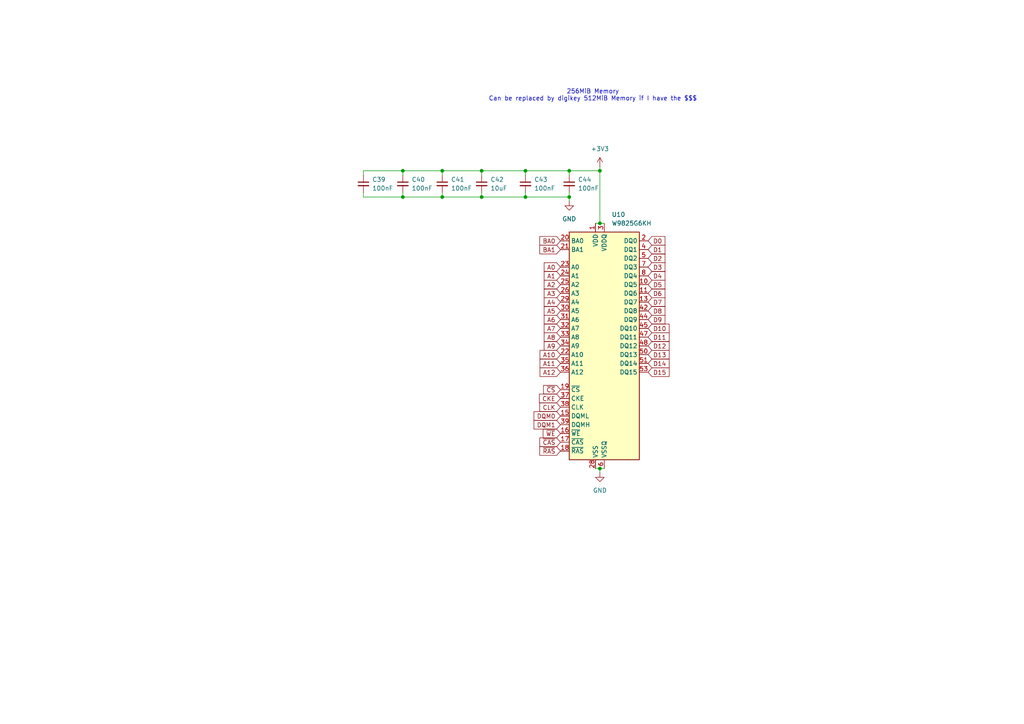
<source format=kicad_sch>
(kicad_sch (version 20250114) (generator "eeschema") (generator_version "9.0")
  (paper "A4")
  (title_block (title "Icepi zero") (date "2025-05-12") (rev "v1") (company "Chengyin Yao (cheyao)") (comment 1 "https://github.com/cheyao/icepi-zero"))
  (lib_symbols
    (symbol "Device:C_Small" (pin_numbers (hide yes)) (pin_names (offset 0.254) (hide yes))
      (property "Reference" "C" (at 0.254 1.778 0))
      (property "Value" "C_Small" (at 0.254 -2.032 0))
      (symbol "C_Small_0_1"
        (polyline (pts (xy -1.524 0.508) (xy 1.524 0.508)) (stroke (width 0.3048)))
        (polyline (pts (xy -1.524 -0.508) (xy 1.524 -0.508)) (stroke (width 0.3302)))
      )
      (symbol "C_Small_1_1"
        (pin passive line (at 0 2.54 270) (length 2.032) (name "~") (number "1"))
        (pin passive line (at 0 -2.54 90) (length 2.032) (name "~") (number "2"))
      )
    )
    (symbol "Memory_RAM:MT48LC16M16A2P"
      (property "Reference" "U" (at -8.89 34.29 0))
      (property "Value" "MT48LC16M16A2P" (at 8.89 34.29 0))
      (symbol "MT48LC16M16A2P_0_1"
        (rectangle (start -10.16 33.02) (end 10.16 -33.02) (stroke (width 0.254)) (fill (type background)))
      )
      (symbol "MT48LC16M16A2P_1_1"
        (pin input line (at -12.7 30.48 0) (length 2.54) (name "BA0") (number "20"))
        (pin input line (at -12.7 27.94 0) (length 2.54) (name "BA1") (number "21"))
        (pin input line (at -12.7 22.86 0) (length 2.54) (name "A0") (number "23"))
        (pin input line (at -12.7 20.32 0) (length 2.54) (name "A1") (number "24"))
        (pin input line (at -12.7 17.78 0) (length 2.54) (name "A2") (number "25"))
        (pin input line (at -12.7 15.24 0) (length 2.54) (name "A3") (number "26"))
        (pin input line (at -12.7 12.7 0) (length 2.54) (name "A4") (number "29"))
        (pin input line (at -12.7 10.16 0) (length 2.54) (name "A5") (number "30"))
        (pin input line (at -12.7 7.62 0) (length 2.54) (name "A6") (number "31"))
        (pin input line (at -12.7 5.08 0) (length 2.54) (name "A7") (number "32"))
        (pin input line (at -12.7 2.54 0) (length 2.54) (name "A8") (number "33"))
        (pin input line (at -12.7 0 0) (length 2.54) (name "A9") (number "34"))
        (pin input line (at -12.7 -2.54 0) (length 2.54) (name "A10") (number "22"))
        (pin input line (at -12.7 -5.08 0) (length 2.54) (name "A11") (number "35"))
        (pin input line (at -12.7 -7.62 0) (length 2.54) (name "A12") (number "36"))
        (pin input line (at -12.7 -12.7 0) (length 2.54) (name "~{CS}") (number "19"))
        (pin input line (at -12.7 -15.24 0) (length 2.54) (name "CKE") (number "37"))
        (pin input line (at -12.7 -17.78 0) (length 2.54) (name "CLK") (number "38"))
        (pin input line (at -12.7 -20.32 0) (length 2.54) (name "DQML") (number "15"))
        (pin input line (at -12.7 -22.86 0) (length 2.54) (name "DQMH") (number "39"))
        (pin input line (at -12.7 -25.4 0) (length 2.54) (name "~{WE}") (number "16"))
        (pin input line (at -12.7 -27.94 0) (length 2.54) (name "~{CAS}") (number "17"))
        (pin input line (at -12.7 -30.48 0) (length 2.54) (name "~{RAS}") (number "18"))
        (pin power_in line (at -2.54 35.56 270) (length 2.54) (name "VDD") (number "1"))
        (pin passive line (at -2.54 35.56 270) (length 2.54) (hide yes) (name "VDD") (number "14"))
        (pin passive line (at -2.54 35.56 270) (length 2.54) (hide yes) (name "VDD") (number "27"))
        (pin power_in line (at -2.54 -35.56 90) (length 2.54) (name "VSS") (number "28"))
        (pin passive line (at -2.54 -35.56 90) (length 2.54) (hide yes) (name "VSS") (number "41"))
        (pin passive line (at -2.54 -35.56 90) (length 2.54) (hide yes) (name "VSS") (number "54"))
        (pin power_in line (at 0 35.56 270) (length 2.54) (name "VDDQ") (number "3"))
        (pin passive line (at 0 35.56 270) (length 2.54) (hide yes) (name "VDDQ") (number "43"))
        (pin passive line (at 0 35.56 270) (length 2.54) (hide yes) (name "VDDQ") (number "49"))
        (pin passive line (at 0 35.56 270) (length 2.54) (hide yes) (name "VDDQ") (number "9"))
        (pin passive line (at 0 -35.56 90) (length 2.54) (hide yes) (name "VSSQ") (number "12"))
        (pin passive line (at 0 -35.56 90) (length 2.54) (hide yes) (name "VSSQ") (number "46"))
        (pin passive line (at 0 -35.56 90) (length 2.54) (hide yes) (name "VSSQ") (number "52"))
        (pin power_in line (at 0 -35.56 90) (length 2.54) (name "VSSQ") (number "6"))
        (pin no_connect line (at 10.16 -20.32 180) (length 2.54) (hide yes) (name "NC") (number "40"))
        (pin bidirectional line (at 12.7 30.48 180) (length 2.54) (name "DQ0") (number "2"))
        (pin bidirectional line (at 12.7 27.94 180) (length 2.54) (name "DQ1") (number "4"))
        (pin bidirectional line (at 12.7 25.4 180) (length 2.54) (name "DQ2") (number "5"))
        (pin bidirectional line (at 12.7 22.86 180) (length 2.54) (name "DQ3") (number "7"))
        (pin bidirectional line (at 12.7 20.32 180) (length 2.54) (name "DQ4") (number "8"))
        (pin bidirectional line (at 12.7 17.78 180) (length 2.54) (name "DQ5") (number "10"))
        (pin bidirectional line (at 12.7 15.24 180) (length 2.54) (name "DQ6") (number "11"))
        (pin bidirectional line (at 12.7 12.7 180) (length 2.54) (name "DQ7") (number "13"))
        (pin bidirectional line (at 12.7 10.16 180) (length 2.54) (name "DQ8") (number "42"))
        (pin bidirectional line (at 12.7 7.62 180) (length 2.54) (name "DQ9") (number "44"))
        (pin bidirectional line (at 12.7 5.08 180) (length 2.54) (name "DQ10") (number "45"))
        (pin bidirectional line (at 12.7 2.54 180) (length 2.54) (name "DQ11") (number "47"))
        (pin bidirectional line (at 12.7 0 180) (length 2.54) (name "DQ12") (number "48"))
        (pin bidirectional line (at 12.7 -2.54 180) (length 2.54) (name "DQ13") (number "50"))
        (pin bidirectional line (at 12.7 -5.08 180) (length 2.54) (name "DQ14") (number "51"))
        (pin bidirectional line (at 12.7 -7.62 180) (length 2.54) (name "DQ15") (number "53"))
      )
    )
    (symbol "power:+3V3" (power) (pin_numbers (hide yes)) (pin_names (offset 0) (hide yes))
      (property "Value" "+3V3" (at 0 3.556 0))
      (symbol "+3V3_0_1"
        (polyline (pts (xy -0.762 1.27) (xy 0 2.54)))
        (polyline (pts (xy 0 2.54) (xy 0.762 1.27)))
        (polyline (pts (xy 0 0) (xy 0 2.54)))
      )
      (symbol "+3V3_1_1"
        (pin power_in line (at 0 0 90) (length 0) (name "~") (number "1"))
      )
    )
    (symbol "power:GND" (power) (pin_numbers (hide yes)) (pin_names (offset 0) (hide yes))
      (property "Value" "GND" (at 0 -3.81 0))
      (symbol "GND_0_1"
        (polyline (pts (xy 0 0) (xy 0 -1.27) (xy 1.27 -1.27) (xy 0 -2.54) (xy -1.27 -1.27) (xy 0 -1.27)))
      )
      (symbol "GND_1_1"
        (pin power_in line (at 0 0 270) (length 0) (name "~") (number "1"))
      )
    )
  )
  (text "256MiB Memory\nCan be replaced by digikey 512MiB Memory if I have the $$$" (at 171.958 27.686 0) (effects (font (size 1.27 1.27))))
  (junction (at 139.7 57.15))
  (junction (at 173.99 64.77))
  (junction (at 165.1 49.53))
  (junction (at 152.4 49.53))
  (junction (at 165.1 57.15))
  (junction (at 128.27 49.53))
  (junction (at 173.99 49.53))
  (junction (at 173.99 135.89))
  (junction (at 116.84 49.53))
  (junction (at 128.27 57.15))
  (junction (at 116.84 57.15))
  (junction (at 139.7 49.53))
  (junction (at 152.4 57.15))
  (wire (pts (xy 152.4 57.15) (xy 165.1 57.15)))
  (wire (pts (xy 139.7 57.15) (xy 152.4 57.15)))
  (wire (pts (xy 165.1 58.42) (xy 165.1 57.15)))
  (wire (pts (xy 172.72 135.89) (xy 173.99 135.89)))
  (wire (pts (xy 128.27 49.53) (xy 128.27 50.8)))
  (wire (pts (xy 165.1 49.53) (xy 173.99 49.53)))
  (wire (pts (xy 165.1 49.53) (xy 165.1 50.8)))
  (wire (pts (xy 173.99 135.89) (xy 175.26 135.89)))
  (wire (pts (xy 152.4 49.53) (xy 152.4 50.8)))
  (wire (pts (xy 173.99 49.53) (xy 173.99 64.77)))
  (wire (pts (xy 152.4 49.53) (xy 165.1 49.53)))
  (wire (pts (xy 116.84 49.53) (xy 116.84 50.8)))
  (wire (pts (xy 152.4 55.88) (xy 152.4 57.15)))
  (wire (pts (xy 139.7 57.15) (xy 139.7 55.88)))
  (wire (pts (xy 173.99 48.26) (xy 173.99 49.53)))
  (wire (pts (xy 173.99 64.77) (xy 175.26 64.77)))
  (wire (pts (xy 139.7 49.53) (xy 152.4 49.53)))
  (wire (pts (xy 128.27 57.15) (xy 139.7 57.15)))
  (wire (pts (xy 139.7 49.53) (xy 139.7 50.8)))
  (wire (pts (xy 105.41 49.53) (xy 105.41 50.8)))
  (wire (pts (xy 116.84 49.53) (xy 128.27 49.53)))
  (wire (pts (xy 116.84 55.88) (xy 116.84 57.15)))
  (wire (pts (xy 128.27 49.53) (xy 139.7 49.53)))
  (wire (pts (xy 105.41 49.53) (xy 116.84 49.53)))
  (wire (pts (xy 165.1 55.88) (xy 165.1 57.15)))
  (wire (pts (xy 173.99 137.16) (xy 173.99 135.89)))
  (wire (pts (xy 116.84 57.15) (xy 128.27 57.15)))
  (wire (pts (xy 128.27 55.88) (xy 128.27 57.15)))
  (wire (pts (xy 105.41 57.15) (xy 116.84 57.15)))
  (wire (pts (xy 172.72 64.77) (xy 173.99 64.77)))
  (wire (pts (xy 105.41 55.88) (xy 105.41 57.15)))
  (global_label "A12" (shape input) (at 162.56 107.95 180) (property "Intersheetrefs" "${INTERSHEET_REFS}" (effects (hide yes))))
  (global_label "A2" (shape input) (at 162.56 82.55 180) (property "Intersheetrefs" "${INTERSHEET_REFS}" (effects (hide yes))))
  (global_label "A7" (shape input) (at 162.56 95.25 180) (property "Intersheetrefs" "${INTERSHEET_REFS}" (effects (hide yes))))
  (global_label "A11" (shape input) (at 162.56 105.41 180) (property "Intersheetrefs" "${INTERSHEET_REFS}" (effects (hide yes))))
  (global_label "A0" (shape input) (at 162.56 77.47 180) (property "Intersheetrefs" "${INTERSHEET_REFS}" (effects (hide yes))))
  (global_label "D6" (shape input) (at 187.96 85.09 0) (property "Intersheetrefs" "${INTERSHEET_REFS}" (effects (hide yes))))
  (global_label "D7" (shape input) (at 187.96 87.63 0) (property "Intersheetrefs" "${INTERSHEET_REFS}" (effects (hide yes))))
  (global_label "~{CS}" (shape input) (at 162.56 113.03 180) (property "Intersheetrefs" "${INTERSHEET_REFS}" (effects (hide yes))))
  (global_label "~{RAS}" (shape input) (at 162.56 130.81 180) (property "Intersheetrefs" "${INTERSHEET_REFS}" (effects (hide yes))))
  (global_label "CLK" (shape input) (at 162.56 118.11 180) (property "Intersheetrefs" "${INTERSHEET_REFS}" (effects (hide yes))))
  (global_label "~{CAS}" (shape input) (at 162.56 128.27 180) (property "Intersheetrefs" "${INTERSHEET_REFS}" (effects (hide yes))))
  (global_label "D8" (shape input) (at 187.96 90.17 0) (property "Intersheetrefs" "${INTERSHEET_REFS}" (effects (hide yes))))
  (global_label "A9" (shape input) (at 162.56 100.33 180) (property "Intersheetrefs" "${INTERSHEET_REFS}" (effects (hide yes))))
  (global_label "DQM1" (shape input) (at 162.56 123.19 180) (property "Intersheetrefs" "${INTERSHEET_REFS}" (effects (hide yes))))
  (global_label "D4" (shape input) (at 187.96 80.01 0) (property "Intersheetrefs" "${INTERSHEET_REFS}" (effects (hide yes))))
  (global_label "D3" (shape input) (at 187.96 77.47 0) (property "Intersheetrefs" "${INTERSHEET_REFS}" (effects (hide yes))))
  (global_label "D12" (shape input) (at 187.96 100.33 0) (property "Intersheetrefs" "${INTERSHEET_REFS}" (effects (hide yes))))
  (global_label "D2" (shape input) (at 187.96 74.93 0) (property "Intersheetrefs" "${INTERSHEET_REFS}" (effects (hide yes))))
  (global_label "~{WE}" (shape input) (at 162.56 125.73 180) (property "Intersheetrefs" "${INTERSHEET_REFS}" (effects (hide yes))))
  (global_label "BA1" (shape input) (at 162.56 72.39 180) (property "Intersheetrefs" "${INTERSHEET_REFS}" (effects (hide yes))))
  (global_label "BA0" (shape input) (at 162.56 69.85 180) (property "Intersheetrefs" "${INTERSHEET_REFS}" (effects (hide yes))))
  (global_label "A4" (shape input) (at 162.56 87.63 180) (property "Intersheetrefs" "${INTERSHEET_REFS}" (effects (hide yes))))
  (global_label "D15" (shape input) (at 187.96 107.95 0) (property "Intersheetrefs" "${INTERSHEET_REFS}" (effects (hide yes))))
  (global_label "A8" (shape input) (at 162.56 97.79 180) (property "Intersheetrefs" "${INTERSHEET_REFS}" (effects (hide yes))))
  (global_label "A10" (shape input) (at 162.56 102.87 180) (property "Intersheetrefs" "${INTERSHEET_REFS}" (effects (hide yes))))
  (global_label "A1" (shape input) (at 162.56 80.01 180) (property "Intersheetrefs" "${INTERSHEET_REFS}" (effects (hide yes))))
  (global_label "D0" (shape input) (at 187.96 69.85 0) (property "Intersheetrefs" "${INTERSHEET_REFS}" (effects (hide yes))))
  (global_label "D13" (shape input) (at 187.96 102.87 0) (property "Intersheetrefs" "${INTERSHEET_REFS}" (effects (hide yes))))
  (global_label "A3" (shape input) (at 162.56 85.09 180) (property "Intersheetrefs" "${INTERSHEET_REFS}" (effects (hide yes))))
  (global_label "D1" (shape input) (at 187.96 72.39 0) (property "Intersheetrefs" "${INTERSHEET_REFS}" (effects (hide yes))))
  (global_label "CKE" (shape input) (at 162.56 115.57 180) (property "Intersheetrefs" "${INTERSHEET_REFS}" (effects (hide yes))))
  (global_label "D14" (shape input) (at 187.96 105.41 0) (property "Intersheetrefs" "${INTERSHEET_REFS}" (effects (hide yes))))
  (global_label "DQM0" (shape input) (at 162.56 120.65 180) (property "Intersheetrefs" "${INTERSHEET_REFS}" (effects (hide yes))))
  (global_label "D11" (shape input) (at 187.96 97.79 0) (property "Intersheetrefs" "${INTERSHEET_REFS}" (effects (hide yes))))
  (global_label "D5" (shape input) (at 187.96 82.55 0) (property "Intersheetrefs" "${INTERSHEET_REFS}" (effects (hide yes))))
  (global_label "A5" (shape input) (at 162.56 90.17 180) (property "Intersheetrefs" "${INTERSHEET_REFS}" (effects (hide yes))))
  (global_label "D10" (shape input) (at 187.96 95.25 0) (property "Intersheetrefs" "${INTERSHEET_REFS}" (effects (hide yes))))
  (global_label "A6" (shape input) (at 162.56 92.71 180) (property "Intersheetrefs" "${INTERSHEET_REFS}" (effects (hide yes))))
  (global_label "D9" (shape input) (at 187.96 92.71 0) (property "Intersheetrefs" "${INTERSHEET_REFS}" (effects (hide yes))))
  (symbol (lib_id "power:+3V3") (at 173.99 48.26 0) (unit 1)
    (property "Reference" "#PWR071" (effects (hide yes)))
    (property "Value" "+3V3" (at 173.99 43.18 0))
    (property "Description" "Power symbol creates a global label with name \"+3V3\"" (effects (hide yes)))
  )
  (symbol (lib_id "Device:C_Small") (at 152.4 53.34 0) (unit 1)
    (property "Reference" "C43" (at 154.94 52.0762 0) (effects (justify left)))
    (property "Value" "100nF" (at 154.94 54.6162 0) (effects (justify left)))
    (property "Footprint" "Capacitor_SMD:C_0402_1005Metric" (effects (hide yes)))
    (property "Description" "Unpolarized capacitor, small symbol" (effects (hide yes)))
    (property "LCSC Part #" "C307331 " (effects (hide yes)))
  )
  (symbol (lib_id "Device:C_Small") (at 128.27 53.34 0) (unit 1)
    (property "Reference" "C41" (at 130.81 52.0762 0) (effects (justify left)))
    (property "Value" "100nF" (at 130.81 54.6162 0) (effects (justify left)))
    (property "Footprint" "Capacitor_SMD:C_0402_1005Metric" (effects (hide yes)))
    (property "Description" "Unpolarized capacitor, small symbol" (effects (hide yes)))
    (property "LCSC Part #" "C307331 " (effects (hide yes)))
  )
  (symbol (lib_id "Device:C_Small") (at 165.1 53.34 0) (unit 1)
    (property "Reference" "C44" (at 167.64 52.0762 0) (effects (justify left)))
    (property "Value" "100nF" (at 167.64 54.6162 0) (effects (justify left)))
    (property "Footprint" "Capacitor_SMD:C_0402_1005Metric" (effects (hide yes)))
    (property "Description" "Unpolarized capacitor, small symbol" (effects (hide yes)))
    (property "LCSC Part #" "C307331 " (effects (hide yes)))
  )
  (symbol (lib_id "Memory_RAM:MT48LC16M16A2P") (at 175.26 100.33 0) (unit 1)
    (property "Reference" "U10" (at 177.4033 62.23 0) (effects (justify left)))
    (property "Value" "W9825G6KH" (at 177.4033 64.77 0) (effects (justify left)))
    (property "Footprint" "Package_SO:TSOP-II-54_22.2x10.16mm_P0.8mm" (effects (hide yes)))
    (property "Datasheet" "https://www.micron.com/-/media/client/global/documents/products/data-sheet/dram/256mb_sdr.pdf" (effects (hide yes)))
    (property "Description" "256M – (16M x 16 bit) Synchronous DRAM (SDRAM), TSOP-II-54" (effects (hide yes)))
    (property "LCSC Part #" "C62246" (effects (hide yes)))
  )
  (symbol (lib_id "power:GND") (at 173.99 137.16 0) (unit 1)
    (property "Reference" "#PWR073" (effects (hide yes)))
    (property "Value" "GND" (at 173.99 142.24 0))
    (property "Description" "Power symbol creates a global label with name \"GND\" , ground" (effects (hide yes)))
  )
  (symbol (lib_id "Device:C_Small") (at 116.84 53.34 0) (unit 1)
    (property "Reference" "C40" (at 119.38 52.0762 0) (effects (justify left)))
    (property "Value" "100nF" (at 119.38 54.6162 0) (effects (justify left)))
    (property "Footprint" "Capacitor_SMD:C_0402_1005Metric" (effects (hide yes)))
    (property "Description" "Unpolarized capacitor, small symbol" (effects (hide yes)))
    (property "LCSC Part #" "C307331 " (effects (hide yes)))
  )
  (symbol (lib_id "Device:C_Small") (at 105.41 53.34 0) (unit 1)
    (property "Reference" "C39" (at 107.95 52.0762 0) (effects (justify left)))
    (property "Value" "100nF" (at 107.95 54.6162 0) (effects (justify left)))
    (property "Footprint" "Capacitor_SMD:C_0402_1005Metric" (effects (hide yes)))
    (property "Description" "Unpolarized capacitor, small symbol" (effects (hide yes)))
    (property "LCSC Part #" "C307331 " (effects (hide yes)))
  )
  (symbol (lib_id "power:GND") (at 165.1 58.42 0) (unit 1)
    (property "Reference" "#PWR072" (effects (hide yes)))
    (property "Value" "GND" (at 165.1 63.5 0))
    (property "Description" "Power symbol creates a global label with name \"GND\" , ground" (effects (hide yes)))
  )
  (symbol (lib_id "Device:C_Small") (at 139.7 53.34 0) (unit 1)
    (property "Reference" "C42" (at 142.24 52.0762 0) (effects (justify left)))
    (property "Value" "10uF" (at 142.24 54.6162 0) (effects (justify left)))
    (property "Footprint" "Capacitor_SMD:C_0603_1608Metric" (effects (hide yes)))
    (property "Description" "Unpolarized capacitor, small symbol" (effects (hide yes)))
    (property "LCSC Part #" "C19702" (effects (hide yes)))
  )
)
</source>
